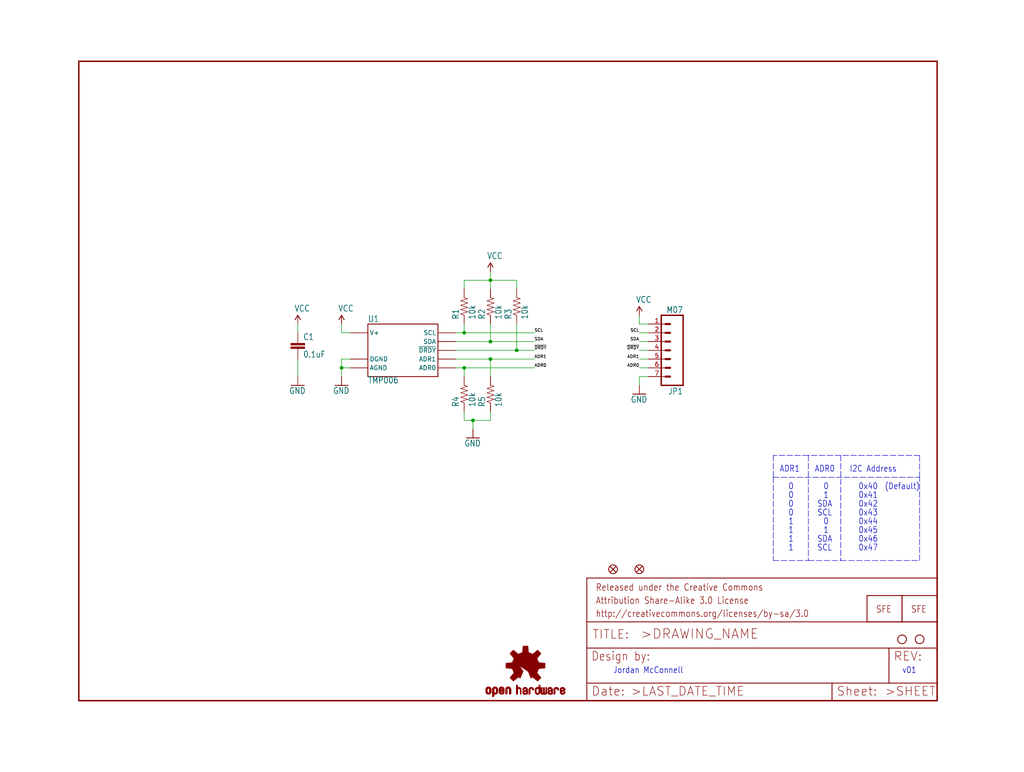
<source format=kicad_sch>
(kicad_sch (version 20211123) (generator eeschema)
  (paper "User" 297.002 223.926)
  (lib_symbols
    (symbol "eagleSchem-eagle-import:CAP0603-CAP"
      (property "Reference" "C" (at 1.524 2.921 0))
      (property "Value" "CAP0603-CAP" (at 1.524 -2.159 0))
      (symbol "CAP0603-CAP_1_0"
        (pin passive line (at 0 5.08 270) (length 2.54) (name "1") (number "1"))
        (pin passive line (at 0 -2.54 90) (length 2.54) (name "2") (number "2"))
      )
    )
    (symbol "eagleSchem-eagle-import:FIDUCIALUFIDUCIAL")
    (symbol "eagleSchem-eagle-import:FRAME-LETTER"
      (symbol "FRAME-LETTER_2_0"
        (text ">DRAWING_NAME" (at 15.494 17.78 0) (effects (font (size 2.7432 2.7432)) (justify left bottom)))
        (text ">LAST_DATE_TIME" (at 12.7 1.27 0) (effects (font (size 2.54 2.54)) (justify left bottom)))
        (text ">SHEET" (at 86.36 1.27 0) (effects (font (size 2.54 2.54)) (justify left bottom)))
        (text "Attribution Share-Alike 3.0 License" (at 2.54 27.94 0) (effects (font (size 1.9304 1.6408)) (justify left bottom)))
        (text "Date:" (at 1.27 1.27 0) (effects (font (size 2.54 2.54)) (justify left bottom)))
        (text "Design by:" (at 1.27 11.43 0) (effects (font (size 2.54 2.159)) (justify left bottom)))
        (text "http://creativecommons.org/licenses/by-sa/3.0" (at 2.54 24.13 0) (effects (font (size 1.9304 1.6408)) (justify left bottom)))
        (text "Released under the Creative Commons" (at 2.54 31.75 0) (effects (font (size 1.9304 1.6408)) (justify left bottom)))
        (text "REV:" (at 88.9 11.43 0) (effects (font (size 2.54 2.54)) (justify left bottom)))
        (text "Sheet:" (at 72.39 1.27 0) (effects (font (size 2.54 2.54)) (justify left bottom)))
        (text "TITLE:" (at 1.524 17.78 0) (effects (font (size 2.54 2.54)) (justify left bottom)))
      )
    )
    (symbol "eagleSchem-eagle-import:GND" (power)
      (property "Value" "GND" (at -2.54 -2.54 0))
      (symbol "GND_1_0"
        (pin power_in line (at 0 2.54 270) (length 2.54) (name "GND") (number "1"))
      )
    )
    (symbol "eagleSchem-eagle-import:LOGO-SFENEW"
      (symbol "LOGO-SFENEW_1_0"
        (text "SFE" (at 0 0 0) (effects (font (size 1.9304 1.6408)) (justify left bottom)))
      )
    )
    (symbol "eagleSchem-eagle-import:LOGO-SFESK"
      (symbol "LOGO-SFESK_1_0"
        (text "SFE" (at 0 0 0) (effects (font (size 1.9304 1.6408)) (justify left bottom)))
      )
    )
    (symbol "eagleSchem-eagle-import:M07"
      (property "Reference" "JP" (at -5.08 13.462 0))
      (property "Value" "M07" (at -5.08 -10.16 0))
      (symbol "M07_1_0"
        (pin passive line (at 5.08 -5.08 180) (length 5.08) (name "1") (number "1"))
        (pin passive line (at 5.08 -2.54 180) (length 5.08) (name "2") (number "2"))
        (pin passive line (at 5.08 0 180) (length 5.08) (name "3") (number "3"))
        (pin passive line (at 5.08 2.54 180) (length 5.08) (name "4") (number "4"))
        (pin passive line (at 5.08 5.08 180) (length 5.08) (name "5") (number "5"))
        (pin passive line (at 5.08 7.62 180) (length 5.08) (name "6") (number "6"))
        (pin passive line (at 5.08 10.16 180) (length 5.08) (name "7") (number "7"))
      )
    )
    (symbol "eagleSchem-eagle-import:OSHW-LOGOS")
    (symbol "eagleSchem-eagle-import:RESISTOR0603-RES"
      (property "Reference" "R" (at -3.81 1.4986 0))
      (property "Value" "RESISTOR0603-RES" (at -3.81 -3.302 0))
      (symbol "RESISTOR0603-RES_1_0"
        (pin passive line (at -5.08 0 0) (length 2.54) (name "1") (number "1"))
        (pin passive line (at 5.08 0 180) (length 2.54) (name "2") (number "2"))
      )
    )
    (symbol "eagleSchem-eagle-import:STAND-OFF")
    (symbol "eagleSchem-eagle-import:TMP006"
      (property "Value" "TMP006" (at -10.16 -9.652 0))
      (symbol "TMP006_1_0"
        (pin bidirectional line (at -15.24 -2.54 0) (length 5.08) (name "DGND") (number "A1"))
        (pin bidirectional line (at -15.24 -5.08 0) (length 5.08) (name "AGND") (number "A2"))
        (pin bidirectional line (at -15.24 5.08 0) (length 5.08) (name "V+") (number "A3"))
        (pin bidirectional line (at 15.24 -2.54 180) (length 5.08) (name "ADR1") (number "B1"))
        (pin bidirectional line (at 15.24 5.08 180) (length 5.08) (name "SCL") (number "B3"))
        (pin bidirectional line (at 15.24 -5.08 180) (length 5.08) (name "ADR0") (number "C1"))
        (pin bidirectional line (at 15.24 0 180) (length 5.08) (name "~{DRDY}") (number "C2"))
        (pin bidirectional line (at 15.24 2.54 180) (length 5.08) (name "SDA") (number "C3"))
      )
    )
    (symbol "eagleSchem-eagle-import:VCC" (power)
      (property "Value" "VCC" (at -1.016 3.556 0))
      (symbol "VCC_1_0"
        (pin power_in line (at 0 0 90) (length 2.54) (name "VCC") (number "1"))
      )
    )
  )
  (junction (at 137.16 121.92))
  (junction (at 142.24 81.28))
  (junction (at 142.24 99.06))
  (junction (at 99.06 106.68))
  (junction (at 134.62 96.52))
  (junction (at 142.24 104.14))
  (junction (at 134.62 106.68))
  (junction (at 149.86 101.6))
  (wire (pts (xy 132.08 101.6) (xy 149.86 101.6)))
  (polyline (pts (xy 243.84 132.08) (xy 234.442 132.08)))
  (wire (pts (xy 187.96 93.98) (xy 185.42 93.98)))
  (wire (pts (xy 142.24 99.06) (xy 154.94 99.06)))
  (wire (pts (xy 187.96 106.68) (xy 185.42 106.68)))
  (polyline (pts (xy 243.84 162.56) (xy 266.7 162.56)))
  (wire (pts (xy 134.62 83.82) (xy 134.62 81.28)))
  (wire (pts (xy 134.62 121.92) (xy 137.16 121.92)))
  (wire (pts (xy 187.96 104.14) (xy 185.42 104.14)))
  (wire (pts (xy 149.86 101.6) (xy 149.86 93.98)))
  (wire (pts (xy 134.62 106.68) (xy 154.94 106.68)))
  (wire (pts (xy 142.24 81.28) (xy 142.24 78.74)))
  (wire (pts (xy 134.62 106.68) (xy 134.62 109.22)))
  (wire (pts (xy 187.96 99.06) (xy 185.42 99.06)))
  (wire (pts (xy 142.24 104.14) (xy 132.08 104.14)))
  (wire (pts (xy 185.42 109.22) (xy 185.42 111.76)))
  (wire (pts (xy 132.08 96.52) (xy 134.62 96.52)))
  (wire (pts (xy 149.86 81.28) (xy 142.24 81.28)))
  (polyline (pts (xy 266.7 162.56) (xy 266.7 138.43)))
  (wire (pts (xy 99.06 96.52) (xy 99.06 93.98)))
  (wire (pts (xy 185.42 93.98) (xy 185.42 91.44)))
  (wire (pts (xy 149.86 83.82) (xy 149.86 81.28)))
  (polyline (pts (xy 224.282 138.43) (xy 266.7 138.43)))
  (wire (pts (xy 142.24 121.92) (xy 142.24 119.38)))
  (wire (pts (xy 137.16 121.92) (xy 142.24 121.92)))
  (wire (pts (xy 187.96 109.22) (xy 185.42 109.22)))
  (wire (pts (xy 134.62 96.52) (xy 154.94 96.52)))
  (polyline (pts (xy 266.7 138.43) (xy 266.7 132.08)))
  (polyline (pts (xy 234.442 162.56) (xy 243.84 162.56)))
  (polyline (pts (xy 266.7 132.08) (xy 243.84 132.08)))
  (wire (pts (xy 137.16 121.92) (xy 137.16 124.46)))
  (wire (pts (xy 101.6 104.14) (xy 99.06 104.14)))
  (wire (pts (xy 187.96 101.6) (xy 185.42 101.6)))
  (wire (pts (xy 134.62 119.38) (xy 134.62 121.92)))
  (polyline (pts (xy 234.442 132.08) (xy 234.442 162.56)))
  (wire (pts (xy 101.6 106.68) (xy 99.06 106.68)))
  (polyline (pts (xy 234.442 132.08) (xy 224.282 132.08)))
  (wire (pts (xy 142.24 81.28) (xy 142.24 83.82)))
  (wire (pts (xy 149.86 101.6) (xy 154.94 101.6)))
  (polyline (pts (xy 243.84 132.08) (xy 243.84 162.56)))
  (wire (pts (xy 132.08 99.06) (xy 142.24 99.06)))
  (wire (pts (xy 134.62 81.28) (xy 142.24 81.28)))
  (wire (pts (xy 142.24 99.06) (xy 142.24 93.98)))
  (wire (pts (xy 187.96 96.52) (xy 185.42 96.52)))
  (polyline (pts (xy 224.282 132.08) (xy 224.282 138.43)))
  (wire (pts (xy 142.24 104.14) (xy 154.94 104.14)))
  (polyline (pts (xy 224.282 138.43) (xy 224.282 162.56)))
  (wire (pts (xy 99.06 106.68) (xy 99.06 109.22)))
  (wire (pts (xy 134.62 96.52) (xy 134.62 93.98)))
  (wire (pts (xy 142.24 109.22) (xy 142.24 104.14)))
  (wire (pts (xy 86.36 96.52) (xy 86.36 93.98)))
  (wire (pts (xy 101.6 96.52) (xy 99.06 96.52)))
  (wire (pts (xy 99.06 104.14) (xy 99.06 106.68)))
  (wire (pts (xy 132.08 106.68) (xy 134.62 106.68)))
  (wire (pts (xy 86.36 104.14) (xy 86.36 109.22)))
  (polyline (pts (xy 224.282 162.56) (xy 234.442 162.56)))
  (text "1" (at 228.6 157.48 180) (effects (font (size 1.778 1.5113)) (justify left bottom)))
  (text "0" (at 238.76 152.4 180) (effects (font (size 1.778 1.5113)) (justify left bottom)))
  (text "Jordan McConnell" (at 177.8 195.58 180) (effects (font (size 1.778 1.5113)) (justify left bottom)))
  (text "0x41" (at 248.92 144.78 180) (effects (font (size 1.778 1.5113)) (justify left bottom)))
  (text "ADR0" (at 236.22 137.16 180) (effects (font (size 1.778 1.5113)) (justify left bottom)))
  (text "v01" (at 261.62 195.58 180) (effects (font (size 1.778 1.5113)) (justify left bottom)))
  (text "0" (at 228.6 149.86 180) (effects (font (size 1.778 1.5113)) (justify left bottom)))
  (text "1" (at 228.6 160.02 180) (effects (font (size 1.778 1.5113)) (justify left bottom)))
  (text "0x44" (at 248.92 152.4 180) (effects (font (size 1.778 1.5113)) (justify left bottom)))
  (text "1" (at 238.76 154.94 180) (effects (font (size 1.778 1.5113)) (justify left bottom)))
  (text "0x40" (at 248.92 142.24 180) (effects (font (size 1.778 1.5113)) (justify left bottom)))
  (text "0x46" (at 248.92 157.48 180) (effects (font (size 1.778 1.5113)) (justify left bottom)))
  (text "SDA" (at 236.982 157.48 180) (effects (font (size 1.778 1.5113)) (justify left bottom)))
  (text "SCL" (at 236.982 160.02 180) (effects (font (size 1.778 1.5113)) (justify left bottom)))
  (text "0" (at 228.6 144.78 180) (effects (font (size 1.778 1.5113)) (justify left bottom)))
  (text "0x47" (at 248.92 160.02 180) (effects (font (size 1.778 1.5113)) (justify left bottom)))
  (text "0x43" (at 248.92 149.86 180) (effects (font (size 1.778 1.5113)) (justify left bottom)))
  (text "SCL" (at 236.982 149.86 180) (effects (font (size 1.778 1.5113)) (justify left bottom)))
  (text "(Default)" (at 256.54 142.24 180) (effects (font (size 1.778 1.5113)) (justify left bottom)))
  (text "1" (at 228.6 152.4 180) (effects (font (size 1.778 1.5113)) (justify left bottom)))
  (text "ADR1" (at 226.06 137.16 180) (effects (font (size 1.778 1.5113)) (justify left bottom)))
  (text "0" (at 238.76 142.24 180) (effects (font (size 1.778 1.5113)) (justify left bottom)))
  (text "1" (at 238.76 144.78 180) (effects (font (size 1.778 1.5113)) (justify left bottom)))
  (text "1" (at 228.6 154.94 180) (effects (font (size 1.778 1.5113)) (justify left bottom)))
  (text "0x45" (at 248.92 154.94 180) (effects (font (size 1.778 1.5113)) (justify left bottom)))
  (text "0" (at 228.6 147.32 180) (effects (font (size 1.778 1.5113)) (justify left bottom)))
  (text "0x42" (at 248.92 147.32 180) (effects (font (size 1.778 1.5113)) (justify left bottom)))
  (text "SDA" (at 236.982 147.32 180) (effects (font (size 1.778 1.5113)) (justify left bottom)))
  (text "0" (at 228.6 142.24 180) (effects (font (size 1.778 1.5113)) (justify left bottom)))
  (text "I2C Address" (at 246.38 137.16 180) (effects (font (size 1.778 1.5113)) (justify left bottom)))
  (label "ADR1" (at 154.94 104.14 0) (effects (font (size 0.889 0.889))))
  (label "ADR0" (at 185.42 106.68 180) (effects (font (size 0.889 0.889))))
  (label "SDA" (at 154.94 99.06 0) (effects (font (size 0.889 0.889))))
  (label "SCL" (at 185.42 96.52 180) (effects (font (size 0.889 0.889))))
  (label "SCL" (at 154.94 96.52 0) (effects (font (size 0.889 0.889))))
  (label "ADR0" (at 154.94 106.68 0) (effects (font (size 0.889 0.889))))
  (label "SDA" (at 185.42 99.06 180) (effects (font (size 0.889 0.889))))
  (label "ADR1" (at 185.42 104.14 180) (effects (font (size 0.889 0.889))))
  (label "~{DRDY}" (at 185.42 101.6 180) (effects (font (size 0.889 0.889))))
  (label "~{DRDY}" (at 154.94 101.6 0) (effects (font (size 0.889 0.889))))
  (symbol (lib_id "eagleSchem-eagle-import:RESISTOR0603-RES") (at 134.62 88.9 90) (unit 1)
    (property "Reference" "R1" (at 133.1214 92.71 0) (effects (font (size 1.778 1.5113)) (justify left bottom)))
    (property "Value" "10k" (at 137.922 92.71 0) (effects (font (size 1.778 1.5113)) (justify left bottom)))
    (property "Footprint" "eagleSchem:0603-RES" (effects hide))
  )
  (symbol (lib_id "eagleSchem-eagle-import:STAND-OFF") (at 266.7 185.42 0) (unit 1)
    (property "Reference" "STANDOFF1" (effects hide))
    (property "Value" "STAND-OFF" (effects hide))
    (property "Footprint" "eagleSchem:STAND-OFF" (effects hide))
  )
  (symbol (lib_id "eagleSchem-eagle-import:VCC") (at 142.24 78.74 0) (unit 1)
    (property "Reference" "#SUPPLY2" (effects hide))
    (property "Value" "VCC" (at 141.224 75.184 0) (effects (font (size 1.778 1.5113)) (justify left bottom)))
    (property "Footprint" "eagleSchem:" (effects hide))
  )
  (symbol (lib_id "eagleSchem-eagle-import:FIDUCIALUFIDUCIAL") (at 177.8 165.1 0) (unit 1)
    (property "Reference" "FID1" (effects hide))
    (property "Value" "FIDUCIALUFIDUCIAL" (effects hide))
    (property "Footprint" "eagleSchem:MICRO-FIDUCIAL" (effects hide))
  )
  (symbol (lib_id "eagleSchem-eagle-import:FRAME-LETTER") (at 22.86 203.2 0) (unit 1)
    (property "Reference" "FRAME1" (effects hide))
    (property "Value" "FRAME-LETTER" (effects hide))
    (property "Footprint" "eagleSchem:CREATIVE_COMMONS" (effects hide))
  )
  (symbol (lib_id "eagleSchem-eagle-import:VCC") (at 99.06 93.98 0) (unit 1)
    (property "Reference" "#SUPPLY1" (effects hide))
    (property "Value" "VCC" (at 98.044 90.424 0) (effects (font (size 1.778 1.5113)) (justify left bottom)))
    (property "Footprint" "eagleSchem:" (effects hide))
  )
  (symbol (lib_id "eagleSchem-eagle-import:GND") (at 185.42 114.3 0) (unit 1)
    (property "Reference" "#GND4" (effects hide))
    (property "Value" "GND" (at 182.88 116.84 0) (effects (font (size 1.778 1.5113)) (justify left bottom)))
    (property "Footprint" "eagleSchem:" (effects hide))
  )
  (symbol (lib_id "eagleSchem-eagle-import:LOGO-SFESK") (at 264.16 177.8 0) (unit 1)
    (property "Reference" "LOGO1" (effects hide))
    (property "Value" "LOGO-SFESK" (effects hide))
    (property "Footprint" "eagleSchem:SFE-LOGO-FLAME" (effects hide))
  )
  (symbol (lib_id "eagleSchem-eagle-import:STAND-OFF") (at 261.62 185.42 0) (unit 1)
    (property "Reference" "STANDOFF2" (effects hide))
    (property "Value" "STAND-OFF" (effects hide))
    (property "Footprint" "eagleSchem:STAND-OFF" (effects hide))
  )
  (symbol (lib_id "eagleSchem-eagle-import:M07") (at 193.04 99.06 180) (unit 1)
    (property "Reference" "JP1" (at 198.12 112.522 0) (effects (font (size 1.778 1.5113)) (justify left bottom)))
    (property "Value" "M07" (at 198.12 88.9 0) (effects (font (size 1.778 1.5113)) (justify left bottom)))
    (property "Footprint" "eagleSchem:1X07" (effects hide))
  )
  (symbol (lib_id "eagleSchem-eagle-import:LOGO-SFENEW") (at 254 177.8 0) (unit 1)
    (property "Reference" "LOGO3" (effects hide))
    (property "Value" "LOGO-SFENEW" (effects hide))
    (property "Footprint" "eagleSchem:SFE-NEW-WEBLOGO" (effects hide))
  )
  (symbol (lib_id "eagleSchem-eagle-import:RESISTOR0603-RES") (at 142.24 88.9 90) (unit 1)
    (property "Reference" "R2" (at 140.7414 92.71 0) (effects (font (size 1.778 1.5113)) (justify left bottom)))
    (property "Value" "10k" (at 145.542 92.71 0) (effects (font (size 1.778 1.5113)) (justify left bottom)))
    (property "Footprint" "eagleSchem:0603-RES" (effects hide))
  )
  (symbol (lib_id "eagleSchem-eagle-import:RESISTOR0603-RES") (at 134.62 114.3 90) (unit 1)
    (property "Reference" "R4" (at 133.1214 118.11 0) (effects (font (size 1.778 1.5113)) (justify left bottom)))
    (property "Value" "10k" (at 137.922 118.11 0) (effects (font (size 1.778 1.5113)) (justify left bottom)))
    (property "Footprint" "eagleSchem:0603-RES" (effects hide))
  )
  (symbol (lib_id "eagleSchem-eagle-import:GND") (at 86.36 111.76 0) (unit 1)
    (property "Reference" "#GND3" (effects hide))
    (property "Value" "GND" (at 83.82 114.3 0) (effects (font (size 1.778 1.5113)) (justify left bottom)))
    (property "Footprint" "eagleSchem:" (effects hide))
  )
  (symbol (lib_id "eagleSchem-eagle-import:CAP0603-CAP") (at 86.36 101.6 0) (unit 1)
    (property "Reference" "C1" (at 87.884 98.679 0) (effects (font (size 1.778 1.5113)) (justify left bottom)))
    (property "Value" "0.1uF" (at 87.884 103.759 0) (effects (font (size 1.778 1.5113)) (justify left bottom)))
    (property "Footprint" "eagleSchem:0603-CAP" (effects hide))
  )
  (symbol (lib_id "eagleSchem-eagle-import:VCC") (at 185.42 91.44 0) (unit 1)
    (property "Reference" "#SUPPLY4" (effects hide))
    (property "Value" "VCC" (at 184.404 87.884 0) (effects (font (size 1.778 1.5113)) (justify left bottom)))
    (property "Footprint" "eagleSchem:" (effects hide))
  )
  (symbol (lib_id "eagleSchem-eagle-import:FIDUCIALUFIDUCIAL") (at 185.42 165.1 0) (unit 1)
    (property "Reference" "FID2" (effects hide))
    (property "Value" "FIDUCIALUFIDUCIAL" (effects hide))
    (property "Footprint" "eagleSchem:MICRO-FIDUCIAL" (effects hide))
  )
  (symbol (lib_id "eagleSchem-eagle-import:FRAME-LETTER") (at 170.18 203.2 0) (unit 2)
    (property "Reference" "FRAME1" (effects hide))
    (property "Value" "FRAME-LETTER" (effects hide))
    (property "Footprint" "eagleSchem:CREATIVE_COMMONS" (effects hide))
  )
  (symbol (lib_id "eagleSchem-eagle-import:TMP006") (at 116.84 101.6 0) (unit 1)
    (property "Reference" "U1" (at 106.68 93.472 0) (effects (font (size 1.778 1.5113)) (justify left bottom)))
    (property "Value" "TMP006" (at 106.68 111.252 0) (effects (font (size 1.778 1.5113)) (justify left bottom)))
    (property "Footprint" "eagleSchem:BGA8DS" (effects hide))
  )
  (symbol (lib_id "eagleSchem-eagle-import:GND") (at 137.16 127 0) (unit 1)
    (property "Reference" "#GND2" (effects hide))
    (property "Value" "GND" (at 134.62 129.54 0) (effects (font (size 1.778 1.5113)) (justify left bottom)))
    (property "Footprint" "eagleSchem:" (effects hide))
  )
  (symbol (lib_id "eagleSchem-eagle-import:OSHW-LOGOS") (at 152.4 193.04 0) (unit 1)
    (property "Reference" "LOGO2" (effects hide))
    (property "Value" "OSHW-LOGOS" (effects hide))
    (property "Footprint" "eagleSchem:OSHW-LOGO-S" (effects hide))
  )
  (symbol (lib_id "eagleSchem-eagle-import:GND") (at 99.06 111.76 0) (unit 1)
    (property "Reference" "#GND1" (effects hide))
    (property "Value" "GND" (at 96.52 114.3 0) (effects (font (size 1.778 1.5113)) (justify left bottom)))
    (property "Footprint" "eagleSchem:" (effects hide))
  )
  (symbol (lib_id "eagleSchem-eagle-import:VCC") (at 86.36 93.98 0) (unit 1)
    (property "Reference" "#SUPPLY3" (effects hide))
    (property "Value" "VCC" (at 85.344 90.424 0) (effects (font (size 1.778 1.5113)) (justify left bottom)))
    (property "Footprint" "eagleSchem:" (effects hide))
  )
  (symbol (lib_id "eagleSchem-eagle-import:RESISTOR0603-RES") (at 149.86 88.9 90) (unit 1)
    (property "Reference" "R3" (at 148.3614 92.71 0) (effects (font (size 1.778 1.5113)) (justify left bottom)))
    (property "Value" "10k" (at 153.162 92.71 0) (effects (font (size 1.778 1.5113)) (justify left bottom)))
    (property "Footprint" "eagleSchem:0603-RES" (effects hide))
  )
  (symbol (lib_id "eagleSchem-eagle-import:RESISTOR0603-RES") (at 142.24 114.3 90) (unit 1)
    (property "Reference" "R5" (at 140.7414 118.11 0) (effects (font (size 1.778 1.5113)) (justify left bottom)))
    (property "Value" "10k" (at 145.542 118.11 0) (effects (font (size 1.778 1.5113)) (justify left bottom)))
    (property "Footprint" "eagleSchem:0603-RES" (effects hide))
  )
)
</source>
